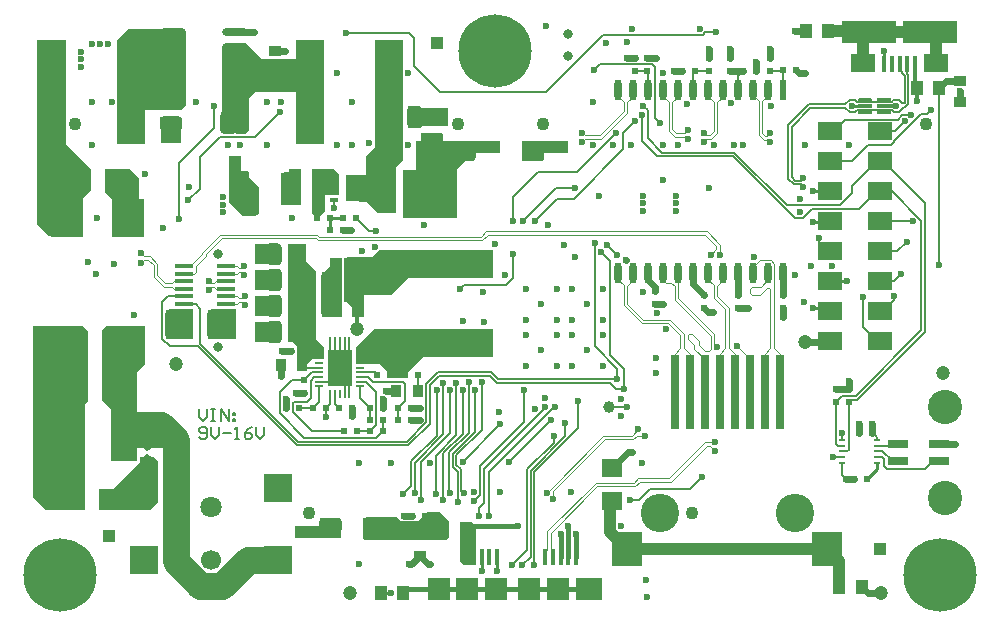
<source format=gtl>
G04 Layer_Physical_Order=1*
G04 Layer_Color=255*
%FSLAX44Y44*%
%MOMM*%
G71*
G01*
G75*
%ADD10R,1.0000X1.3000*%
%ADD11R,2.1000X1.6000*%
%ADD12R,0.4000X1.3500*%
%ADD13R,4.6500X1.9000*%
%ADD14R,2.0000X1.5200*%
%ADD15R,2.4000X2.4000*%
%ADD16R,0.7600X6.3500*%
%ADD17R,2.5400X2.9400*%
%ADD18R,2.2000X3.2000*%
%ADD19R,1.6000X1.8000*%
%ADD20R,0.6000X0.6000*%
%ADD21O,0.6000X0.2500*%
%ADD22R,0.6000X0.2500*%
%ADD23R,1.1500X1.4500*%
%ADD24R,4.6500X4.1500*%
%ADD25R,1.8000X1.6000*%
%ADD26R,1.6000X2.7000*%
%ADD27R,1.0000X0.9000*%
%ADD28R,2.7000X3.2000*%
%ADD29R,2.4000X8.9000*%
%ADD30R,0.6000X0.6000*%
%ADD31R,2.2000X0.6000*%
%ADD32O,2.2000X0.6000*%
%ADD33R,1.8000X0.8000*%
%ADD34R,2.1000X3.1000*%
%ADD35R,0.2000X0.8000*%
%ADD36R,0.8000X0.2000*%
%ADD37O,0.8000X0.2000*%
%ADD38R,0.9000X1.0000*%
%ADD39R,1.0000X4.0000*%
%ADD40R,1.0000X1.0000*%
%ADD41R,1.1600X0.3000*%
G04:AMPARAMS|DCode=42|XSize=1.16mm|YSize=0.3mm|CornerRadius=0.075mm|HoleSize=0mm|Usage=FLASHONLY|Rotation=0.000|XOffset=0mm|YOffset=0mm|HoleType=Round|Shape=RoundedRectangle|*
%AMROUNDEDRECTD42*
21,1,1.1600,0.1500,0,0,0.0*
21,1,1.0100,0.3000,0,0,0.0*
1,1,0.1500,0.5050,-0.0750*
1,1,0.1500,-0.5050,-0.0750*
1,1,0.1500,-0.5050,0.0750*
1,1,0.1500,0.5050,0.0750*
%
%ADD42ROUNDEDRECTD42*%
%ADD43R,8.9000X2.4000*%
%ADD44R,1.6000X0.4000*%
%ADD45R,1.6000X0.4000*%
%ADD46R,4.0000X1.0000*%
%ADD47R,0.6000X1.8000*%
%ADD48O,0.6000X1.8000*%
%ADD49R,2.7000X1.6000*%
%ADD50R,1.7100X2.2900*%
%ADD51R,1.3000X0.3400*%
%ADD52R,0.8000X0.3400*%
%ADD53R,1.2700X1.1430*%
%ADD54R,2.3000X1.9000*%
%ADD55R,0.4000X1.4000*%
%ADD56R,1.9000X1.9000*%
%ADD57C,1.0000*%
%ADD58C,2.3000*%
%ADD59C,0.1500*%
%ADD60C,0.1250*%
%ADD61C,0.6000*%
%ADD62C,0.2000*%
%ADD63C,0.2500*%
%ADD64C,1.0000*%
%ADD65C,0.3000*%
%ADD66C,0.4000*%
%ADD67R,1.0000X1.0000*%
%ADD68C,1.2000*%
%ADD69C,0.8000*%
%ADD70C,6.2000*%
%ADD71C,1.1000*%
%ADD72C,2.9000*%
%ADD73C,1.7000*%
%ADD74C,1.8000*%
%ADD75C,3.2500*%
%ADD76C,0.6000*%
G36*
X140000Y252500D02*
Y227000D01*
X119000D01*
X116000Y230000D01*
X116000Y249500D01*
X119000Y252500D01*
X140000Y252500D01*
D02*
G37*
G36*
X215000Y239500D02*
Y226500D01*
X212000Y223500D01*
X204500D01*
X200000Y228000D01*
Y238000D01*
X204500Y242500D01*
X212000D01*
X215000Y239500D01*
D02*
G37*
G36*
X243500Y284500D02*
Y227000D01*
X250500Y220000D01*
Y210000D01*
X240500D01*
X235500Y205000D01*
X231000D01*
X227500Y208500D01*
Y221000D01*
X220000Y228500D01*
Y308000D01*
X243500Y284500D01*
D02*
G37*
G36*
X176000Y252500D02*
Y227000D01*
X155000D01*
X152000Y230000D01*
X152000Y249500D01*
X155000Y252500D01*
X176000Y252500D01*
D02*
G37*
G36*
X321500Y279000D02*
X307000Y264500D01*
X284500D01*
X284500Y252000D01*
X276498Y252000D01*
X267500Y261000D01*
X267500Y293500D01*
X270500Y296500D01*
X291500D01*
X297500Y302500D01*
X321500D01*
Y279000D01*
D02*
G37*
G36*
X265500Y252000D02*
X259000Y245500D01*
X251500D01*
X248500Y248500D01*
X248500Y281000D01*
X257498Y290000D01*
X265500Y290000D01*
X265500Y252000D01*
D02*
G37*
G36*
X215000Y261500D02*
Y248500D01*
X212000Y245500D01*
X204500D01*
X200000Y250000D01*
Y260000D01*
X204500Y264500D01*
X212000D01*
X215000Y261500D01*
D02*
G37*
G36*
X356500Y72500D02*
Y59500D01*
X354000Y57000D01*
X285500D01*
X283500Y59000D01*
Y65500D01*
X283750Y65750D01*
X283500Y66000D01*
Y73500D01*
X286500Y76500D01*
X294500D01*
X294500Y76500D01*
X299500Y76500D01*
X312000D01*
X315500Y73000D01*
X330000D01*
X337500Y80500D01*
X348500D01*
X356500Y72500D01*
D02*
G37*
G36*
X265500Y73000D02*
Y65500D01*
X261000Y61000D01*
X251000D01*
X246500Y65500D01*
Y73000D01*
X249500Y76000D01*
X262500D01*
X265500Y73000D01*
D02*
G37*
G36*
X379500Y68500D02*
Y35500D01*
X369000Y35500D01*
X365500Y39000D01*
X365500Y72500D01*
X375500D01*
X379500Y68500D01*
D02*
G37*
G36*
X51000Y234000D02*
Y175000D01*
X48000Y172000D01*
Y82000D01*
X15000D01*
X4000Y93000D01*
Y238000D01*
X47000D01*
X51000Y234000D01*
D02*
G37*
G36*
X334500Y222000D02*
Y211500D01*
X317000Y194000D01*
X309500D01*
X297500Y206000D01*
X277500D01*
Y220000D01*
X293000Y235500D01*
X321000D01*
X334500Y222000D01*
D02*
G37*
G36*
X99000Y238000D02*
Y206000D01*
X92000Y199000D01*
Y149000D01*
X95000Y146000D01*
X118000D01*
Y135000D01*
X104857D01*
X101000Y132000D01*
X97143Y135000D01*
X92000D01*
Y124000D01*
X70000D01*
Y168000D01*
X63000Y175000D01*
X63000Y235000D01*
X66000Y238000D01*
X99000Y238000D01*
D02*
G37*
G36*
X104857Y127000D02*
X107000D01*
X110000Y124000D01*
Y89000D01*
X103000Y82000D01*
X60000D01*
Y100000D01*
X72000D01*
X95000Y123000D01*
Y127000D01*
X97143D01*
X101000Y130000D01*
X104857Y127000D01*
D02*
G37*
G36*
X437000Y388000D02*
Y380500D01*
X434000Y377500D01*
X421000D01*
X418000Y380500D01*
Y388000D01*
X422500Y392500D01*
X432500D01*
X437000Y388000D01*
D02*
G37*
G36*
X351500Y399000D02*
Y395000D01*
X371000D01*
Y392500D01*
X374500D01*
X379000Y388000D01*
Y380500D01*
X376000Y377500D01*
X370000D01*
X359000Y366500D01*
X328500D01*
Y395000D01*
X332500D01*
Y399000D01*
X335500Y402000D01*
X348500D01*
X351500Y399000D01*
D02*
G37*
G36*
X94000Y363000D02*
X94000Y345000D01*
X72000Y345000D01*
X65000Y352000D01*
Y371000D01*
X86000Y371000D01*
X94000Y363000D01*
D02*
G37*
G36*
X130500Y413000D02*
Y405500D01*
X126000Y401000D01*
X116000D01*
X111500Y405500D01*
Y413000D01*
X114500Y416000D01*
X127500D01*
X130500Y413000D01*
D02*
G37*
G36*
X134000Y487000D02*
Y425000D01*
X130000Y421000D01*
X75500D01*
Y480500D01*
X85000Y490000D01*
X131000D01*
X134000Y487000D01*
D02*
G37*
G36*
X336000Y420000D02*
Y410000D01*
X331500Y405500D01*
X324000D01*
X321000Y408500D01*
Y421500D01*
X324000Y424500D01*
X331500D01*
X336000Y420000D01*
D02*
G37*
G36*
X198500Y464000D02*
X230000D01*
Y436500D01*
X192500D01*
X187000Y431000D01*
Y417000D01*
X187000Y417000D01*
Y404000D01*
X184000Y401000D01*
X176500D01*
X175000Y402500D01*
X173500Y401000D01*
X166000D01*
X163000Y404000D01*
Y417000D01*
X164500Y418500D01*
X164000Y419000D01*
Y474500D01*
X167000Y477500D01*
X185000D01*
X198500Y464000D01*
D02*
G37*
G36*
X32000Y392000D02*
X53000Y371000D01*
Y353000D01*
X46000Y346000D01*
Y314000D01*
X18000D01*
X8000Y324000D01*
X8000Y480000D01*
X32000D01*
X32000Y392000D01*
D02*
G37*
G36*
X215000Y305500D02*
Y292500D01*
X212000Y289500D01*
X204500D01*
X200000Y294000D01*
Y304000D01*
X204500Y308500D01*
X212000D01*
X215000Y305500D01*
D02*
G37*
G36*
Y283500D02*
Y270500D01*
X212000Y267500D01*
X204500D01*
X200000Y272000D01*
Y282000D01*
X204500Y286500D01*
X212000D01*
X215000Y283500D01*
D02*
G37*
G36*
X187500Y366500D02*
Y364500D01*
X196000Y356000D01*
Y334500D01*
X193000Y331500D01*
X181500D01*
X170000Y343000D01*
Y369500D01*
X184500D01*
X187500Y366500D01*
D02*
G37*
G36*
X231500Y340500D02*
X217500Y340500D01*
X214000Y344000D01*
X214000Y365500D01*
X217000Y368500D01*
X231500Y368500D01*
X231500Y340500D01*
D02*
G37*
G36*
X317500Y378500D02*
X312000Y373000D01*
X312000Y333500D01*
X296500D01*
X286000Y344000D01*
X286000Y382000D01*
X293500Y389500D01*
Y394500D01*
X317500D01*
X317500Y378500D01*
D02*
G37*
G36*
X263000Y366500D02*
X263000Y349500D01*
X251500Y349500D01*
X251500Y335500D01*
X247500Y331500D01*
X243000D01*
X240500Y334000D01*
Y371500D01*
X258000D01*
X263000Y366500D01*
D02*
G37*
D10*
X279500Y290000D02*
D03*
X260500D02*
D03*
X279500Y271000D02*
D03*
X260500D02*
D03*
X279500Y252000D02*
D03*
X260500D02*
D03*
X687000Y17000D02*
D03*
X706000D02*
D03*
X752500Y440000D02*
D03*
X771500D02*
D03*
X245500Y347000D02*
D03*
X226500D02*
D03*
X245500Y365000D02*
D03*
X226500D02*
D03*
X658500Y488000D02*
D03*
X677500D02*
D03*
X370500Y66000D02*
D03*
X351500D02*
D03*
X317500Y12000D02*
D03*
X298500D02*
D03*
D11*
X707000Y461250D02*
D03*
X769000Y461250D02*
D03*
D12*
X751000Y460000D02*
D03*
X731500D02*
D03*
X725000D02*
D03*
X738000D02*
D03*
X744500D02*
D03*
D13*
X763750Y486750D02*
D03*
X712250D02*
D03*
D14*
X678700Y225100D02*
D03*
Y250500D02*
D03*
Y275900D02*
D03*
Y301300D02*
D03*
Y326700D02*
D03*
Y352100D02*
D03*
Y377500D02*
D03*
Y402900D02*
D03*
X721300D02*
D03*
Y377500D02*
D03*
Y352100D02*
D03*
Y326700D02*
D03*
Y301300D02*
D03*
Y275900D02*
D03*
Y250500D02*
D03*
Y225100D02*
D03*
D15*
X98000Y40000D02*
D03*
X212000Y101000D02*
D03*
Y40000D02*
D03*
X98000Y101000D02*
D03*
D16*
X623750Y182250D02*
D03*
X636450D02*
D03*
X611050D02*
D03*
X547550D02*
D03*
X560250D02*
D03*
X585650D02*
D03*
X598350D02*
D03*
X572950D02*
D03*
D17*
X507350Y49500D02*
D03*
X676650D02*
D03*
D18*
X81000Y140000D02*
D03*
X17000D02*
D03*
D19*
X40000Y91000D02*
D03*
X68000D02*
D03*
X73000Y362000D02*
D03*
X45000D02*
D03*
X200000Y255000D02*
D03*
X228000D02*
D03*
X200000Y233000D02*
D03*
X228000D02*
D03*
X200000Y299000D02*
D03*
X228000D02*
D03*
X200000Y277000D02*
D03*
X228000D02*
D03*
D20*
X703500Y155000D02*
D03*
X714500D02*
D03*
X319500Y197000D02*
D03*
X330500D02*
D03*
X699500Y109000D02*
D03*
X710500D02*
D03*
X274500Y169000D02*
D03*
X263500D02*
D03*
X218500D02*
D03*
X229500D02*
D03*
X289500Y159000D02*
D03*
X300500D02*
D03*
X289500Y149000D02*
D03*
X300500D02*
D03*
X278500D02*
D03*
X267500D02*
D03*
X241500Y169000D02*
D03*
X252500D02*
D03*
X222500Y217000D02*
D03*
X233500D02*
D03*
X295500Y197000D02*
D03*
X306500D02*
D03*
X554000Y454500D02*
D03*
X565000D02*
D03*
X605500D02*
D03*
X616500D02*
D03*
X650000Y455000D02*
D03*
X639000D02*
D03*
X336500Y77500D02*
D03*
X325500D02*
D03*
X266500Y319500D02*
D03*
X255500D02*
D03*
X277500Y330000D02*
D03*
X266500D02*
D03*
X255500D02*
D03*
X244500D02*
D03*
X300500Y169000D02*
D03*
X289500D02*
D03*
X313500Y159000D02*
D03*
X324500D02*
D03*
Y169000D02*
D03*
X313500D02*
D03*
D21*
X689500Y142000D02*
D03*
D22*
Y137000D02*
D03*
Y132000D02*
D03*
Y127000D02*
D03*
Y122000D02*
D03*
X718500D02*
D03*
Y127000D02*
D03*
Y132000D02*
D03*
Y137000D02*
D03*
Y142000D02*
D03*
D23*
X302500Y359199D02*
D03*
Y340801D02*
D03*
D24*
X340000Y350000D02*
D03*
D25*
X121000Y401000D02*
D03*
Y429000D02*
D03*
X494500Y90000D02*
D03*
Y118000D02*
D03*
D26*
X71000Y189000D02*
D03*
X43000D02*
D03*
D27*
X789000Y446000D02*
D03*
Y428000D02*
D03*
X209000Y471000D02*
D03*
Y453000D02*
D03*
X331500Y61500D02*
D03*
Y43500D02*
D03*
D28*
X85000Y222000D02*
D03*
X33000D02*
D03*
Y330000D02*
D03*
X85000D02*
D03*
D29*
X87500Y436000D02*
D03*
X20500D02*
D03*
X238500D02*
D03*
X305500D02*
D03*
D30*
X695000Y184500D02*
D03*
Y173500D02*
D03*
X684000Y184500D02*
D03*
Y173500D02*
D03*
X514000Y465500D02*
D03*
Y454500D02*
D03*
X572000Y253500D02*
D03*
Y264500D02*
D03*
X530500Y257000D02*
D03*
Y268000D02*
D03*
X639500Y253500D02*
D03*
Y264500D02*
D03*
X601500Y253500D02*
D03*
Y264500D02*
D03*
X594500Y465500D02*
D03*
Y454500D02*
D03*
X628000Y465500D02*
D03*
Y454500D02*
D03*
X524500Y465500D02*
D03*
Y454500D02*
D03*
X576500D02*
D03*
Y465500D02*
D03*
X234000Y181500D02*
D03*
Y192500D02*
D03*
D31*
X175000Y448950D02*
D03*
D32*
Y461650D02*
D03*
Y474350D02*
D03*
Y487050D02*
D03*
X123000Y448950D02*
D03*
Y461650D02*
D03*
Y474350D02*
D03*
Y487050D02*
D03*
D33*
X771000Y138500D02*
D03*
X737000D02*
D03*
X771000Y123500D02*
D03*
X737000D02*
D03*
D34*
X264000Y203000D02*
D03*
D35*
X268000Y225500D02*
D03*
X272000Y180500D02*
D03*
X268000D02*
D03*
X264000D02*
D03*
X260000D02*
D03*
X256000D02*
D03*
Y225500D02*
D03*
X260000D02*
D03*
X264000D02*
D03*
X272000D02*
D03*
D36*
X246500Y187000D02*
D03*
Y191000D02*
D03*
Y195000D02*
D03*
Y199000D02*
D03*
Y203000D02*
D03*
Y207000D02*
D03*
Y211000D02*
D03*
Y215000D02*
D03*
Y219000D02*
D03*
X281500D02*
D03*
Y215000D02*
D03*
Y211000D02*
D03*
Y207000D02*
D03*
Y203000D02*
D03*
Y199000D02*
D03*
Y195000D02*
D03*
Y191000D02*
D03*
D37*
Y187000D02*
D03*
D38*
X312000Y183000D02*
D03*
X330000D02*
D03*
X232000Y205000D02*
D03*
X214000D02*
D03*
D39*
X175000Y363000D02*
D03*
Y421000D02*
D03*
D40*
X346000Y478000D02*
D03*
D41*
X708500Y419500D02*
D03*
X724500D02*
D03*
Y424500D02*
D03*
Y429500D02*
D03*
X708500Y424500D02*
D03*
D42*
Y429500D02*
D03*
D43*
X350000Y223500D02*
D03*
Y290500D02*
D03*
D44*
X168000Y231425D02*
D03*
X132000D02*
D03*
Y237775D02*
D03*
X168000D02*
D03*
X132000Y244125D02*
D03*
X168000D02*
D03*
X132000Y250475D02*
D03*
X168000D02*
D03*
X132000Y256825D02*
D03*
X168000D02*
D03*
D45*
X132000Y263175D02*
D03*
X168000D02*
D03*
X132000Y269525D02*
D03*
X168000D02*
D03*
X132000Y275875D02*
D03*
X168000D02*
D03*
X132000Y282225D02*
D03*
X168000D02*
D03*
X132000Y288575D02*
D03*
X168000D02*
D03*
D46*
X245500Y64000D02*
D03*
X303500D02*
D03*
X380000Y390000D02*
D03*
X438000D02*
D03*
D47*
X639350Y438150D02*
D03*
D48*
X626650D02*
D03*
X613950D02*
D03*
X601250D02*
D03*
X588550D02*
D03*
X575850D02*
D03*
X563150D02*
D03*
X550450D02*
D03*
X537750D02*
D03*
X525050D02*
D03*
X512350D02*
D03*
X499650D02*
D03*
Y282850D02*
D03*
X512350D02*
D03*
X525050D02*
D03*
X537750D02*
D03*
X550450D02*
D03*
X563150D02*
D03*
X575850D02*
D03*
X588550D02*
D03*
X601250D02*
D03*
X613950D02*
D03*
X626650D02*
D03*
X639350D02*
D03*
D49*
X342000Y387000D02*
D03*
Y415000D02*
D03*
D50*
X277950Y355000D02*
D03*
D51*
X286500Y364750D02*
D03*
Y358250D02*
D03*
Y351750D02*
D03*
Y345250D02*
D03*
D52*
X259000D02*
D03*
Y351750D02*
D03*
Y358250D02*
D03*
Y364750D02*
D03*
D53*
X101000Y140652D02*
D03*
Y121348D02*
D03*
D54*
X475000Y15500D02*
D03*
D55*
X371000Y42500D02*
D03*
X377500D02*
D03*
X384000D02*
D03*
X390500D02*
D03*
X397000D02*
D03*
X438000D02*
D03*
X444500D02*
D03*
X451000D02*
D03*
X457500D02*
D03*
X464000D02*
D03*
D56*
X449000Y15500D02*
D03*
X424000D02*
D03*
X396000D02*
D03*
X372000D02*
D03*
X348000D02*
D03*
D57*
X492000Y169500D02*
D03*
D58*
X113000Y154000D02*
X125000Y142000D01*
Y38887D02*
Y142000D01*
Y38887D02*
X145887Y18000D01*
X186113Y40000D02*
X212000D01*
X164113Y18000D02*
X186113Y40000D01*
X145887Y18000D02*
X164113D01*
X84000Y154000D02*
X113000D01*
D59*
X146000Y223243D02*
Y253000D01*
Y223243D02*
X228993Y140250D01*
X320674D01*
X227750Y137250D02*
X321917D01*
X144000Y221000D02*
X227750Y137250D01*
X120000Y221000D02*
X144000D01*
X348500Y436500D02*
X439000D01*
X323000Y486000D02*
X327000Y482000D01*
Y458000D02*
Y482000D01*
Y458000D02*
X348500Y436500D01*
X340249Y188249D02*
X348000Y196000D01*
X340249Y155582D02*
Y188249D01*
X337249Y189492D02*
X346757Y199000D01*
X337249Y156825D02*
Y189492D01*
X348000Y196000D02*
X391000D01*
X397000Y190000D01*
X321917Y137250D02*
X340249Y155582D01*
X351750Y146507D02*
Y190250D01*
X327500Y122257D02*
X351750Y146507D01*
X357000Y147515D02*
Y184000D01*
X332750Y123265D02*
X357000Y147515D01*
X327500Y96500D02*
Y122257D01*
X332750Y90750D02*
Y123265D01*
X345999Y144999D02*
Y184000D01*
X324500Y123500D02*
X345999Y144999D01*
X367999Y146757D02*
Y184000D01*
X373249Y147764D02*
Y190251D01*
X362499Y145499D02*
Y190000D01*
X320674Y140250D02*
X337249Y156825D01*
X373000Y190500D02*
X373249Y190251D01*
X346757Y199000D02*
X392243D01*
X398243Y193000D01*
X118175Y263175D02*
X132000D01*
X113750Y258750D02*
X118175Y263175D01*
X113750Y227250D02*
Y258750D01*
Y227250D02*
X120000Y221000D01*
X397000Y190000D02*
X493000D01*
X398243Y193000D02*
X499000D01*
X493000Y190000D02*
X498000Y185000D01*
X505000D01*
X132000Y256825D02*
X142175D01*
X146000Y253000D01*
X420136Y156636D02*
Y184000D01*
X442924Y158924D02*
Y159000D01*
X407000Y123000D02*
X442924Y158924D01*
X425500Y115743D02*
X455000Y145243D01*
Y156000D01*
X445000Y139485D02*
Y145000D01*
X422500Y116985D02*
X445000Y139485D01*
X484999Y300999D02*
X493000Y292998D01*
Y214000D02*
Y292998D01*
Y214000D02*
X505000Y202000D01*
Y185000D02*
Y202000D01*
X499000Y193000D02*
Y202000D01*
X479749Y221251D02*
X499000Y202000D01*
X479749Y221251D02*
Y308749D01*
X484999Y300999D02*
X485000Y301000D01*
X490500Y306500D02*
X499000Y298000D01*
X447000Y355000D02*
X463000D01*
X419500Y327500D02*
X447000Y355000D01*
X429000Y327000D02*
X448000Y346000D01*
X462000D01*
X504000Y388000D01*
Y401750D01*
X464750Y368250D02*
X498000Y401500D01*
X504000Y401750D02*
X514000Y411750D01*
X431750Y368250D02*
X464750D01*
X411000Y347500D02*
X431750Y368250D01*
X510000Y91000D02*
X517499D01*
X526999Y100500D01*
X157500Y406000D02*
Y424500D01*
X128000Y376500D02*
X157500Y406000D01*
X192000Y398000D02*
X213500Y419500D01*
X162500Y398000D02*
X192000D01*
X145500Y381000D02*
X162500Y398000D01*
X145500Y354500D02*
Y381000D01*
X135500Y344500D02*
X145500Y354500D01*
X269000Y486000D02*
X323000D01*
X524750Y397324D02*
Y420750D01*
X521000Y424500D02*
X524750Y420750D01*
X519500Y394757D02*
Y417000D01*
Y394757D02*
X532379Y381879D01*
X524750Y397324D02*
X537196Y384879D01*
X597864D01*
X439000Y436500D02*
X487251Y484750D01*
X508823D01*
X508824Y484749D01*
X513174D01*
X513175Y484750D01*
X571175D01*
X573424Y487000D01*
X582500D01*
X531000Y414500D02*
Y457182D01*
Y414500D02*
X535500Y410000D01*
X411000Y327500D02*
Y347500D01*
Y279000D02*
Y299000D01*
X405000Y273000D02*
X411000Y279000D01*
X369500Y273000D02*
X405000D01*
X366000Y269500D02*
X369500Y273000D01*
X663924Y337000D02*
X703500D01*
X656173Y329249D02*
X663924Y337000D01*
X718600Y352100D02*
X721300D01*
X703500Y337000D02*
X718600Y352100D01*
X687749Y340249D02*
X698000Y350500D01*
X642493Y340249D02*
X687749D01*
X698000Y350500D02*
Y357000D01*
X649251Y329249D02*
X656173D01*
X596621Y381879D02*
X649251Y329249D01*
X532379Y381879D02*
X596621D01*
X597864Y384879D02*
X642493Y340249D01*
X718500Y377500D02*
X721300D01*
X698000Y357000D02*
X718500Y377500D01*
X654250Y358000D02*
X656500Y355750D01*
X654250Y361000D02*
X656500Y363250D01*
X649500Y361000D02*
X654250D01*
X128000Y329000D02*
Y376500D01*
X479500Y455000D02*
X484250Y459750D01*
X528432D01*
X531000Y457182D01*
X718900Y225100D02*
X721300D01*
X707000Y237000D02*
X718900Y225100D01*
X707000Y237000D02*
Y263000D01*
X733500Y260000D02*
Y264000D01*
X724000Y250500D02*
X733500Y260000D01*
X721300Y250500D02*
X724000D01*
X732875Y275900D02*
X738988Y282012D01*
X721300Y275900D02*
X732875D01*
X735800Y301300D02*
X743950Y309450D01*
X721300Y301300D02*
X735800D01*
X721300Y326700D02*
X749200D01*
X756500Y234500D02*
Y326825D01*
X731225Y352100D02*
X756500Y326825D01*
X721300Y352100D02*
X731225D01*
X759500Y233257D02*
Y342000D01*
X700750Y178750D02*
X756500Y234500D01*
X689250Y178750D02*
X700750D01*
X724000Y377500D02*
X759500Y342000D01*
X701993Y175750D02*
X759500Y233257D01*
X678700Y377500D02*
X697500D01*
X711500Y391500D01*
X730682D01*
X733550Y394368D01*
Y395201D01*
X733825Y402900D02*
X742500Y411575D01*
X721300Y402900D02*
X733825D01*
X733550Y395201D02*
X756099Y417750D01*
X736250Y412750D02*
X740325Y416825D01*
X691750Y412750D02*
X736250D01*
X742250Y427250D02*
Y449611D01*
X741674Y426674D02*
X742250Y427250D01*
X740248Y426674D02*
X741674D01*
X737173Y429749D02*
X740248Y426674D01*
X732749Y429749D02*
X737173D01*
X756099Y417750D02*
X761250D01*
X764500Y421000D01*
X747750Y416825D02*
X747925Y417000D01*
X678700Y402900D02*
X681900D01*
X691750Y412750D01*
X740325Y416825D02*
X747750D01*
X742916Y423674D02*
X745250Y426007D01*
X741674Y423674D02*
X742916D01*
X737249Y419249D02*
X741674Y423674D01*
X732824Y419249D02*
X737249D01*
X731324Y420749D02*
X732824Y419249D01*
X695000Y173500D02*
X697250Y175750D01*
X701993D01*
X695000Y133500D02*
Y173500D01*
X693500Y132000D02*
X695000Y133500D01*
X689500Y132000D02*
X693500D01*
X685500Y137000D02*
X689500D01*
X684000Y173500D02*
X689250Y178750D01*
X684000Y138500D02*
X685500Y137000D01*
X684000Y138500D02*
Y173500D01*
X731250Y428250D02*
X732749Y429749D01*
X701674Y428250D02*
X731250D01*
X643500Y408243D02*
X661257Y426000D01*
X701750Y420750D02*
X731324D01*
X646500Y407000D02*
X662500Y423000D01*
X738000Y455000D02*
Y460000D01*
Y455000D02*
X739750Y453250D01*
Y452111D02*
X742250Y449611D01*
X739750Y452111D02*
Y453250D01*
X695825Y429750D02*
X700174D01*
X701674Y428250D01*
X692075Y426000D02*
X695825Y429750D01*
X661257Y426000D02*
X692075D01*
X744500Y451604D02*
Y460000D01*
Y451604D02*
X745250Y450854D01*
Y426007D02*
Y450854D01*
X700250Y419250D02*
X701750Y420750D01*
X695825Y419250D02*
X700250D01*
X662500Y423000D02*
X692075D01*
X695825Y419250D01*
X643500Y362757D02*
Y408243D01*
X646500Y364000D02*
Y407000D01*
X643500Y362757D02*
X648257Y358000D01*
X646500Y364000D02*
X649500Y361000D01*
X648257Y358000D02*
X654250D01*
X240318Y149000D02*
X267500D01*
X224250Y165068D02*
X240318Y149000D01*
X224250Y165068D02*
Y172932D01*
X225568Y174250D01*
X235932D01*
X239250Y177568D01*
Y191932D01*
X242318Y195000D01*
X246500D01*
X735500Y137000D02*
X737000Y138500D01*
X718500Y137000D02*
X735500D01*
X766000Y123500D02*
X771000D01*
X759750Y117250D02*
X766000Y123500D01*
X727068Y117250D02*
X759750D01*
X724500Y119818D02*
X727068Y117250D01*
X724500Y119818D02*
Y125500D01*
X723000Y127000D02*
X724500Y125500D01*
X718500Y127000D02*
X723000D01*
X732000Y123500D02*
X737000D01*
X723500Y132000D02*
X732000Y123500D01*
X718500Y132000D02*
X723500D01*
X332500Y90500D02*
X332750Y90750D01*
X420136Y184000D02*
X421000D01*
X526999Y100500D02*
X560743D01*
X571000Y110757D01*
X428500Y35500D02*
Y114500D01*
X425500Y42500D02*
Y115743D01*
X422500Y48500D02*
Y116985D01*
X465500Y151500D02*
Y175000D01*
X428500Y114500D02*
X465500Y151500D01*
X721300Y377500D02*
X724000D01*
X771500Y289500D02*
Y440000D01*
X378499Y148771D02*
Y184000D01*
X383999Y150029D02*
Y190500D01*
X367999Y123000D02*
X400000Y155000D01*
X366750Y98750D02*
X369000Y96500D01*
X356749Y97251D02*
X357500Y96500D01*
X356749Y131264D02*
X373249Y147764D01*
X356749Y97251D02*
Y131264D01*
X359749Y130021D02*
X378499Y148771D01*
X366750Y98750D02*
Y116824D01*
X362749Y120825D02*
X366750Y116824D01*
X362749Y120825D02*
Y128779D01*
X383999Y150029D01*
X382750Y119250D02*
X420136Y156636D01*
X437364Y168939D02*
Y169500D01*
X385750Y117326D02*
X437364Y168939D01*
X381500Y77500D02*
Y84000D01*
X363750Y89750D02*
X364000Y89500D01*
X377750Y89750D02*
Y90326D01*
X382750Y95326D01*
Y119250D01*
X381500Y84000D02*
X385750Y88250D01*
Y117326D01*
X445349Y169500D02*
X445999D01*
X390500Y114651D02*
X445349Y169500D01*
X390500Y77000D02*
Y114651D01*
X359749Y118751D02*
Y130021D01*
Y118751D02*
X363750Y114750D01*
Y89750D02*
Y114750D01*
X345500Y96000D02*
Y128500D01*
X362499Y145499D01*
X351499Y91000D02*
Y130257D01*
X367999Y146757D01*
X317500Y96000D02*
X324500Y103000D01*
Y123500D01*
X492000Y169500D02*
X507000D01*
X418500Y35500D02*
X425500Y42500D01*
X409500Y35500D02*
X422500Y48500D01*
D60*
X245382Y310875D02*
X384618D01*
X383375Y313875D02*
X388000Y318500D01*
X246625Y313875D02*
X383375D01*
X245000Y315500D02*
X246625Y313875D01*
X384618Y310875D02*
X389243Y315500D01*
X243757Y312500D02*
X245382Y310875D01*
X388000Y318500D02*
X574500D01*
X573257Y315500D02*
X582875Y305882D01*
X574500Y318500D02*
X585875Y307125D01*
X582875Y303250D02*
Y305882D01*
X585875Y298500D02*
Y307125D01*
X515462Y145321D02*
X522179D01*
X512263Y142121D02*
X515462Y145321D01*
X488505Y142121D02*
X512263D01*
X487263Y145121D02*
X511020D01*
X516699Y150801D01*
X444801Y98417D02*
X488505Y142121D01*
X444801Y91699D02*
Y98417D01*
X439321Y97179D02*
X487263Y145121D01*
X142125Y283625D02*
Y289125D01*
X140725Y282225D02*
X142125Y283625D01*
X132000Y282225D02*
X140725D01*
X142125Y289125D02*
X150500Y297500D01*
X147500Y298743D02*
Y300000D01*
X137450Y288693D02*
X147500Y298743D01*
X137450Y288575D02*
Y288693D01*
X132000Y288575D02*
X137450D01*
X150500Y297500D02*
Y298757D01*
X164243Y312500D01*
X147500Y300000D02*
X163000Y315500D01*
X164243Y312500D02*
X243757D01*
X163000Y315500D02*
X245000D01*
X558500Y227500D02*
Y230500D01*
Y227500D02*
X564000Y222000D01*
Y218900D02*
Y222000D01*
Y218900D02*
X572950Y209950D01*
X562000Y231500D02*
X568000Y225500D01*
Y222500D02*
Y225500D01*
Y222500D02*
X573500Y217000D01*
X550450Y261793D02*
Y282850D01*
X581125Y222875D02*
X583500Y220500D01*
X581125Y222875D02*
Y231118D01*
X550450Y261793D02*
X581125Y231118D01*
X578125Y218625D02*
Y229875D01*
X547450Y260550D02*
X578125Y229875D01*
X547450Y260550D02*
Y272050D01*
X485367Y396624D02*
X507500Y418757D01*
X484124Y399624D02*
X504500Y420000D01*
X159375Y275875D02*
X168000D01*
X157700Y274200D02*
X159375Y275875D01*
X155375Y274200D02*
X157700D01*
X153000Y276575D02*
X155375Y274200D01*
X159375Y269525D02*
X168000D01*
X155375Y271200D02*
X157700D01*
X159375Y269525D01*
X153000Y268825D02*
X155375Y271200D01*
X181625Y261500D02*
X184000Y263875D01*
X176625Y263175D02*
X178300Y261500D01*
X181625D01*
X168000Y263175D02*
X176625D01*
X178300Y258500D02*
X181625D01*
X184000Y256125D01*
X176625Y256825D02*
X178300Y258500D01*
X168000Y256825D02*
X176625D01*
X180625Y286900D02*
X183000Y289275D01*
X178300Y286900D02*
X180625D01*
X168000Y288575D02*
X176625D01*
X178300Y286900D01*
X178300Y283900D02*
X180625D01*
X176625Y282225D02*
X178300Y283900D01*
X168000Y282225D02*
X176625D01*
X180625Y283900D02*
X183000Y281525D01*
X116300Y274200D02*
X121700D01*
X123375Y269525D02*
X132000D01*
X121700Y271200D02*
X123375Y269525D01*
Y275875D02*
X132000D01*
X121700Y274200D02*
X123375Y275875D01*
X115057Y271200D02*
X121700D01*
X106500Y279757D02*
X115057Y271200D01*
X109500Y281000D02*
X116300Y274200D01*
X109500Y281000D02*
Y290943D01*
X103243Y297200D02*
X109500Y290943D01*
X98375Y297200D02*
X103243D01*
X106500Y279757D02*
Y289700D01*
X102000Y294200D02*
X106500Y289700D01*
X96000Y291825D02*
X98375Y294200D01*
X96000Y299575D02*
X98375Y297200D01*
X98375Y294200D02*
X102000D01*
X542600Y403657D02*
Y428000D01*
X545600Y404900D02*
Y427500D01*
X507500Y418757D02*
Y427500D01*
X504500Y420000D02*
Y428000D01*
X512350Y432350D02*
Y438150D01*
X507500Y427500D02*
X512350Y432350D01*
X499650Y432850D02*
X504500Y428000D01*
X499650Y432850D02*
Y438150D01*
X471875Y396624D02*
X485367D01*
X471875Y399624D02*
X484124D01*
X469500Y401999D02*
X471875Y399624D01*
X469500Y394249D02*
X471875Y396624D01*
X389243Y315500D02*
X573257D01*
X618650Y400107D02*
Y428850D01*
X613800Y433700D02*
Y439000D01*
X626500Y433200D02*
Y439000D01*
X621650Y401350D02*
Y428350D01*
X613800Y433700D02*
X618650Y428850D01*
X621650Y428350D02*
X626500Y433200D01*
X618650Y400107D02*
X622757Y396000D01*
X626125D01*
X621650Y401350D02*
X624000Y399000D01*
X626125D01*
X628500Y401375D01*
X626125Y396000D02*
X628500Y393625D01*
X583700Y401957D02*
Y427500D01*
X580700Y403200D02*
Y428000D01*
X588550Y432350D02*
Y438150D01*
X583700Y427500D02*
X588550Y432350D01*
X575850Y432850D02*
Y438150D01*
Y432850D02*
X580700Y428000D01*
X578367Y396624D02*
X583700Y401957D01*
X577124Y399624D02*
X580700Y403200D01*
X574375Y396624D02*
X578367D01*
X574375Y399624D02*
X577124D01*
X572000Y401999D02*
X574375Y399624D01*
X572000Y394249D02*
X574375Y396624D01*
X537750Y432850D02*
Y438150D01*
Y432850D02*
X542600Y428000D01*
X550450Y432350D02*
Y438150D01*
X545600Y427500D02*
X550450Y432350D01*
X542600Y403657D02*
X547757Y398500D01*
X556125D01*
X545600Y404900D02*
X549000Y401500D01*
X556125D01*
X558500Y403875D01*
X556125Y398500D02*
X558500Y396125D01*
X504500Y255757D02*
Y272700D01*
X499650Y277550D02*
X504500Y272700D01*
X499650Y277550D02*
Y282850D01*
X507500Y272200D02*
X512350Y277050D01*
X507500Y257000D02*
Y272200D01*
Y257000D02*
X520876Y243625D01*
X504500Y255757D02*
X519633Y240625D01*
X628600Y219475D02*
Y269400D01*
X631600Y219475D02*
Y274552D01*
X593500Y219475D02*
Y253743D01*
X583700Y263543D02*
X593500Y253743D01*
X583700Y263543D02*
Y272200D01*
X590500Y219475D02*
Y252500D01*
X580700Y262300D02*
X590500Y252500D01*
X580700Y262300D02*
Y272700D01*
X627500Y270500D02*
X628600Y269400D01*
X626000Y270500D02*
X627500D01*
X620000Y264500D02*
X626000Y270500D01*
X613000Y264500D02*
X620000D01*
X628773Y293975D02*
X631775Y290973D01*
Y274727D02*
Y290973D01*
X631600Y274552D02*
X631775Y274727D01*
X619475Y293975D02*
X628773D01*
X613950Y288450D02*
X619475Y293975D01*
X613950Y282850D02*
Y288450D01*
X626650Y277650D02*
Y282850D01*
X620500Y271500D02*
X626650Y277650D01*
X613000Y271500D02*
X620500D01*
X611000Y269500D02*
X613000Y271500D01*
X611000Y266500D02*
Y269500D01*
Y266500D02*
X613000Y264500D01*
X631600Y219475D02*
X636450Y214625D01*
Y182250D02*
Y214625D01*
X623750D02*
X628600Y219475D01*
X623750Y182250D02*
Y214625D01*
X559500Y231500D02*
X562000D01*
X558500Y230500D02*
X559500Y231500D01*
X555400Y219475D02*
Y231589D01*
X542122Y240625D02*
X552400Y230346D01*
Y219475D02*
Y230346D01*
X576500Y217000D02*
X578125Y218625D01*
X573500Y217000D02*
X576500D01*
X544700Y274800D02*
X547450Y272050D01*
X540500Y274800D02*
X544700D01*
X537750Y277550D02*
X540500Y274800D01*
X537750Y277550D02*
Y282850D01*
X611050Y182250D02*
Y210450D01*
X600500Y221000D02*
X611050Y210450D01*
X585650Y214625D02*
X590500Y219475D01*
X593500Y219475D02*
X598350Y214625D01*
X572950Y182250D02*
Y209950D01*
X598350Y182250D02*
Y214625D01*
X585650Y182250D02*
Y214625D01*
X560250Y182250D02*
Y214625D01*
X555400Y219475D02*
X560250Y214625D01*
X543364Y243625D02*
X555400Y231589D01*
X520876Y243625D02*
X543364D01*
X547550Y182250D02*
Y214625D01*
X552400Y219475D01*
X519633Y240625D02*
X542122D01*
X583700Y272200D02*
X588550Y277050D01*
Y282850D01*
X512350Y277050D02*
Y282850D01*
X575850Y277550D02*
Y282850D01*
Y277550D02*
X580700Y272700D01*
X578125Y298500D02*
X582875Y303250D01*
X578125Y298252D02*
Y298500D01*
X442750Y63250D02*
X482000Y102500D01*
X439750Y64493D02*
X480757Y105500D01*
X514252Y102500D02*
X518127Y106375D01*
X544375D01*
X574875Y136875D01*
X577250D01*
X582000Y132125D01*
X513010Y105500D02*
X516885Y109375D01*
X543132D01*
X573632Y139875D01*
X582000D01*
X482000Y102500D02*
X514252D01*
X480757Y105500D02*
X513010D01*
X438000Y42500D02*
Y47000D01*
X439750Y48750D01*
Y64493D01*
X442750Y48750D02*
Y63250D01*
Y48750D02*
X444500Y47000D01*
Y42500D02*
Y47000D01*
D61*
X575500Y250000D02*
X580000D01*
X572000Y253500D02*
X575500Y250000D01*
X324500Y159000D02*
X331999D01*
X324500Y159000D02*
X324500Y159000D01*
X324500Y169000D02*
X331500D01*
X303000Y183000D02*
X312000D01*
X771000Y138500D02*
X785000D01*
X266500Y319500D02*
X273500D01*
X175000Y487050D02*
X190950D01*
X215500Y217000D02*
X222500D01*
X222500Y217000D01*
X508000Y131500D02*
X511000D01*
X494500Y118000D02*
X508000Y131500D01*
X530500Y268000D02*
Y271500D01*
X525050Y276950D02*
X530500Y271500D01*
X525050Y276950D02*
Y282850D01*
X639500Y246001D02*
Y253500D01*
X639500Y253500D01*
X601500D02*
X609500D01*
X601250Y264750D02*
X601500Y264500D01*
X601250Y264750D02*
Y282850D01*
X530500Y257000D02*
X537500D01*
X563000Y273500D02*
Y282700D01*
X218500Y169000D02*
Y176000D01*
X209000Y471000D02*
X218000D01*
X628000Y465500D02*
Y472500D01*
X616500Y454500D02*
Y461500D01*
X576500Y465500D02*
Y472500D01*
X771500Y440000D02*
X777500Y446000D01*
X789000D01*
X789000Y428000D02*
Y437000D01*
X649500Y488000D02*
X658500D01*
X711000Y12000D02*
X722000D01*
X706000Y17000D02*
X711000Y12000D01*
X507000Y465500D02*
X514000D01*
X547000Y454500D02*
X554000D01*
X594500Y465500D02*
Y472500D01*
Y454500D02*
X605500D01*
X524500Y465500D02*
X531500D01*
X652501Y452499D02*
X658000D01*
X650000Y455000D02*
X652501Y452499D01*
X684000Y184500D02*
X695000D01*
Y191500D01*
X714500Y148000D02*
Y155000D01*
X703500Y148000D02*
Y155000D01*
X692501Y109000D02*
X699500D01*
X506499Y293999D02*
X506500Y293998D01*
X658000Y225000D02*
X678600D01*
X300500Y169000D02*
Y176000D01*
X274500Y162000D02*
Y169000D01*
X214000Y196000D02*
Y205000D01*
X227000Y181500D02*
X234000D01*
X563000Y273500D02*
X572000Y264500D01*
X639350Y264650D02*
Y282850D01*
Y264650D02*
X639500Y264500D01*
X325500Y77500D02*
X325500Y77500D01*
X318499Y77500D02*
X325500D01*
X324501Y36501D02*
X331500Y43500D01*
X322500Y36501D02*
X324501D01*
X331500Y43500D02*
X338499Y36501D01*
X340000D01*
D62*
X234000Y143500D02*
X295000D01*
X300500Y149000D01*
X292465Y190500D02*
X317535D01*
X286000Y191000D02*
X295000Y182000D01*
Y154500D02*
Y182000D01*
X281500Y177000D02*
X289500Y169000D01*
X259000Y337999D02*
Y345249D01*
X259000Y345250D01*
X223500Y192500D02*
X234000D01*
X213000Y182000D02*
X223500Y192500D01*
X213000Y164500D02*
Y182000D01*
Y164500D02*
X234000Y143500D01*
Y192500D02*
X240500Y199000D01*
X246500D01*
X675200Y301300D02*
X678700D01*
X670000Y306500D02*
X675200Y301300D01*
X670000Y306500D02*
Y313001D01*
X669999Y312999D02*
X670000Y313001D01*
X514000Y454500D02*
X524500D01*
X525050Y453950D01*
Y438150D02*
Y453950D01*
X565500Y454500D02*
X576500D01*
X563150Y452150D02*
X565500Y454500D01*
X563150Y438150D02*
Y452150D01*
X601250Y450250D02*
X604500Y453500D01*
X601250Y438150D02*
Y450250D01*
X639000Y438500D02*
X639350Y438150D01*
X639000Y438500D02*
Y455000D01*
X638500Y454500D02*
X639000Y455000D01*
X628000Y454500D02*
X638500D01*
X682000Y127000D02*
X689500D01*
Y142000D02*
Y148000D01*
X714500Y148000D02*
X718500Y144000D01*
Y142000D02*
Y144000D01*
X689500Y112000D02*
X692501Y109000D01*
X689500Y112000D02*
Y122000D01*
X277500Y330000D02*
X288500Y319000D01*
X295000D01*
X229500Y169000D02*
X241500D01*
X246500Y174000D01*
Y187000D01*
X281500Y191000D02*
X286000D01*
X289500Y149000D02*
X295000Y154500D01*
X278500Y149000D02*
X289500D01*
X300500D02*
Y159000D01*
X289500D02*
Y169000D01*
X281500Y177000D02*
Y187000D01*
Y195000D02*
X287964D01*
X292465Y190500D01*
X317535D02*
X319000Y189035D01*
Y174500D02*
Y189035D01*
X313500Y169000D02*
X319000Y174500D01*
X313500Y159000D02*
Y169000D01*
X260000Y172500D02*
X263500Y169000D01*
X260000Y172500D02*
Y180500D01*
X234000Y203000D02*
X246500D01*
X252500Y161500D02*
Y169000D01*
X256000Y172500D01*
Y180500D01*
X330000Y183000D02*
X330500Y183500D01*
Y197000D01*
X293500Y199000D02*
X295500Y197000D01*
X281500Y199000D02*
X293500D01*
X272000Y216500D02*
Y225500D01*
X269500Y214000D02*
X272000Y216500D01*
X257500Y191000D02*
X258500Y192000D01*
X256000Y216500D02*
X258500Y214000D01*
X260000Y215500D01*
X264000Y203000D02*
Y225500D01*
X268000Y190500D02*
X269500Y192000D01*
X272000Y189500D01*
X268000Y215500D02*
Y225500D01*
Y215500D02*
X269500Y214000D01*
X260000Y215500D02*
Y225500D01*
X256000Y216500D02*
Y225500D01*
X246500Y191000D02*
X257500D01*
X268000Y180500D02*
Y190500D01*
X272000Y180500D02*
Y189500D01*
X523499Y23500D02*
X524500D01*
X145005Y167895D02*
Y161230D01*
X148337Y157898D01*
X151669Y161230D01*
Y167895D01*
X155002D02*
X158334D01*
X156668D01*
Y157898D01*
X155002D01*
X158334D01*
X163332D02*
Y167895D01*
X169997Y157898D01*
Y167895D01*
X173329Y164563D02*
X174995D01*
Y162896D01*
X173329D01*
Y164563D01*
Y159564D02*
X174995D01*
Y157898D01*
X173329D01*
Y159564D01*
X145009Y144168D02*
X146675Y142502D01*
X150007D01*
X151673Y144168D01*
Y150832D01*
X150007Y152498D01*
X146675D01*
X145009Y150832D01*
Y149166D01*
X146675Y147500D01*
X151673D01*
X155006Y152498D02*
Y145834D01*
X158338Y142502D01*
X161670Y145834D01*
Y152498D01*
X165002Y147500D02*
X171667D01*
X174999Y142502D02*
X178331D01*
X176665D01*
Y152498D01*
X174999Y150832D01*
X189994Y152498D02*
X186662Y150832D01*
X183330Y147500D01*
Y144168D01*
X184996Y142502D01*
X188328D01*
X189994Y144168D01*
Y145834D01*
X188328Y147500D01*
X183330D01*
X193327Y152498D02*
Y145834D01*
X196659Y142502D01*
X199991Y145834D01*
Y152498D01*
D63*
X664499Y253500D02*
X675699D01*
X664400Y352100D02*
X678700D01*
X710500Y109000D02*
X718500Y117000D01*
Y122000D01*
X255500Y319500D02*
Y330000D01*
X255500Y330000D02*
X255500Y330000D01*
X255500Y330000D02*
X266500D01*
X383999Y42499D02*
X384000Y42500D01*
X698000Y424500D02*
X709000D01*
X298500Y12000D02*
X307500D01*
X71000Y427499D02*
Y428000D01*
X724998Y460001D02*
X725000Y460000D01*
X724998Y460001D02*
Y470999D01*
X678499Y326499D02*
X678700Y326700D01*
X664499Y326499D02*
X678499D01*
X678700Y275900D02*
X693400D01*
X675700Y253500D02*
X678700Y250500D01*
X675699Y253500D02*
X675700Y253500D01*
X502499Y69000D02*
X502500Y68999D01*
X383999Y31000D02*
Y42499D01*
X397000Y31000D02*
Y42500D01*
Y48000D01*
D64*
X711000Y488000D02*
X712250Y486750D01*
X677500Y488000D02*
X711000D01*
X707000Y461250D02*
Y481500D01*
X712250Y486750D01*
X763750D01*
X769000Y481500D01*
Y461250D02*
Y481500D01*
X492999Y88499D02*
X494500Y90000D01*
X492999Y63851D02*
Y88499D01*
Y63851D02*
X507350Y49500D01*
X676650D01*
X687000Y39150D01*
Y17000D02*
Y39150D01*
D65*
X260000Y290500D02*
X260500Y290000D01*
X279000Y251500D02*
X279500Y252000D01*
X279000Y236000D02*
Y251500D01*
X725000Y424500D02*
X735000D01*
X751000Y441500D02*
Y460000D01*
Y441500D02*
X752500Y440000D01*
Y429000D02*
Y440000D01*
D66*
X451000Y62500D02*
X451000Y62500D01*
X451000Y42500D02*
Y62500D01*
X464000D02*
X464000Y62500D01*
X464000Y42500D02*
Y62500D01*
X457500Y42500D02*
Y68500D01*
X373500Y69000D02*
X415000D01*
X370500Y66000D02*
X373500Y69000D01*
X317500Y12000D02*
X321000Y15500D01*
X348000D01*
X372000D01*
X396000D01*
X424000D01*
X449000D01*
X475000D01*
D67*
X68998Y60000D02*
D03*
X721003Y49000D02*
D03*
D68*
X658000Y225000D02*
D03*
X125000Y206000D02*
D03*
X775000Y198000D02*
D03*
X273000Y12500D02*
D03*
X722000Y12000D02*
D03*
X279000Y236000D02*
D03*
D69*
X457000Y485000D02*
D03*
Y467000D02*
D03*
X161000Y299250D02*
D03*
Y220750D02*
D03*
D70*
X27500Y27000D02*
D03*
X772500D02*
D03*
X395500Y471000D02*
D03*
D71*
X436000Y409500D02*
D03*
X760000D02*
D03*
X40000D02*
D03*
X364000D02*
D03*
X238000Y79500D02*
D03*
X562000D02*
D03*
D72*
X776000Y92150D02*
D03*
Y169850D02*
D03*
D73*
X155000Y40000D02*
D03*
D74*
Y85000D02*
D03*
D75*
X534850Y80000D02*
D03*
X649150D02*
D03*
D76*
X580000Y250000D02*
D03*
X585875Y298500D02*
D03*
X663110Y289050D02*
D03*
X680890D02*
D03*
X473500Y256500D02*
D03*
X460500Y243500D02*
D03*
Y269500D02*
D03*
X486500D02*
D03*
Y243500D02*
D03*
X473500Y217500D02*
D03*
X460500Y230500D02*
D03*
Y204500D02*
D03*
X486500D02*
D03*
Y230500D02*
D03*
X421500Y243500D02*
D03*
Y269500D02*
D03*
X447500D02*
D03*
Y243500D02*
D03*
X434500Y256500D02*
D03*
X421500Y230500D02*
D03*
Y204500D02*
D03*
X447500D02*
D03*
Y230500D02*
D03*
X434500Y217500D02*
D03*
X400000Y155000D02*
D03*
X386000Y242000D02*
D03*
X383999Y190500D02*
D03*
X331999Y159000D02*
D03*
X331500Y169000D02*
D03*
X345999Y184000D02*
D03*
X357000Y184000D02*
D03*
X367999Y184000D02*
D03*
X378499D02*
D03*
X362499Y190000D02*
D03*
X373000Y190500D02*
D03*
X351750Y190250D02*
D03*
X442924Y159000D02*
D03*
X455000Y156000D02*
D03*
X445000Y145000D02*
D03*
X437364Y169500D02*
D03*
X407000Y123000D02*
D03*
X303000Y183000D02*
D03*
X479749Y308749D02*
D03*
X484999Y300999D02*
D03*
X499000Y193000D02*
D03*
X505000Y185000D02*
D03*
X490500Y306500D02*
D03*
X463000Y297000D02*
D03*
X453999Y306499D02*
D03*
X463000Y355000D02*
D03*
X495500Y391499D02*
D03*
X498000Y401500D02*
D03*
X510500Y391499D02*
D03*
X514000Y411750D02*
D03*
X502000Y176000D02*
D03*
X510000Y91000D02*
D03*
X153000Y276575D02*
D03*
Y268825D02*
D03*
X184000Y263875D02*
D03*
Y256125D02*
D03*
X183000Y289275D02*
D03*
Y281525D02*
D03*
X96000Y291825D02*
D03*
Y299575D02*
D03*
X785000Y138500D02*
D03*
X283000Y302000D02*
D03*
X273500Y319500D02*
D03*
X58500Y329500D02*
D03*
X502000Y162001D02*
D03*
X89500Y247500D02*
D03*
X190950Y487050D02*
D03*
X213500Y419500D02*
D03*
X135500Y344500D02*
D03*
X269000Y486000D02*
D03*
X215500Y217000D02*
D03*
X212000Y233000D02*
D03*
Y239500D02*
D03*
Y226500D02*
D03*
X440000Y324001D02*
D03*
X429000Y327000D02*
D03*
X419500Y327500D02*
D03*
X519500Y417000D02*
D03*
X558000Y426500D02*
D03*
X582500Y487000D02*
D03*
X535500Y410000D02*
D03*
X469500Y401999D02*
D03*
Y394249D02*
D03*
X411000Y327500D02*
D03*
Y299000D02*
D03*
X366000Y269500D02*
D03*
X653999Y334499D02*
D03*
X656500Y355750D02*
D03*
X521000Y424500D02*
D03*
X628500Y401375D02*
D03*
Y393625D02*
D03*
X572000Y401999D02*
D03*
Y394249D02*
D03*
X558500Y403875D02*
D03*
Y396125D02*
D03*
X274500Y427501D02*
D03*
X511000Y131500D02*
D03*
X166000Y417000D02*
D03*
X157500Y424500D02*
D03*
X483501Y348001D02*
D03*
X335500Y399000D02*
D03*
X342000D02*
D03*
X369500Y380500D02*
D03*
X363000D02*
D03*
X259000Y337999D02*
D03*
X335499Y323999D02*
D03*
X521000Y267000D02*
D03*
X404000Y281000D02*
D03*
X128000Y329000D02*
D03*
X479500Y455000D02*
D03*
X499000Y298000D02*
D03*
X707000Y263000D02*
D03*
X733500Y264000D02*
D03*
X738988Y282012D02*
D03*
X743950Y309450D02*
D03*
X749200Y326700D02*
D03*
X734998Y424499D02*
D03*
X764500Y421000D02*
D03*
X747925Y417000D02*
D03*
X742500Y411575D02*
D03*
X340000Y122499D02*
D03*
X639500Y246001D02*
D03*
X656700Y258431D02*
D03*
X664499Y253500D02*
D03*
X609500Y253500D02*
D03*
X532498Y249000D02*
D03*
X537500Y257000D02*
D03*
X520000Y122499D02*
D03*
X522179Y145321D02*
D03*
X516699Y150801D02*
D03*
X439321Y97179D02*
D03*
X444801Y91699D02*
D03*
X293500Y305000D02*
D03*
X212000Y248500D02*
D03*
X664400Y352100D02*
D03*
X656500Y363250D02*
D03*
X600500Y221000D02*
D03*
X583500Y220500D02*
D03*
X539999Y235499D02*
D03*
X629500Y424650D02*
D03*
X218500Y176000D02*
D03*
X669999Y312999D02*
D03*
X653999Y345499D02*
D03*
X649500Y281000D02*
D03*
X114000Y321500D02*
D03*
X72500Y291000D02*
D03*
X58000Y282000D02*
D03*
X184000Y410500D02*
D03*
Y404000D02*
D03*
Y417000D02*
D03*
X166000Y410500D02*
D03*
Y404000D02*
D03*
X218000Y471000D02*
D03*
X628000Y472500D02*
D03*
X616500Y461500D02*
D03*
X576500Y472500D02*
D03*
X789000Y437000D02*
D03*
X507279Y478721D02*
D03*
X439000Y492000D02*
D03*
X510999Y489999D02*
D03*
X649500Y488000D02*
D03*
X569000Y490000D02*
D03*
X489500Y478000D02*
D03*
X507000Y465500D02*
D03*
X547000Y454500D02*
D03*
X594500Y472500D02*
D03*
X531500Y465500D02*
D03*
X614499Y296499D02*
D03*
X695000Y191500D02*
D03*
X682000Y127000D02*
D03*
X689500Y148000D02*
D03*
X714500Y148000D02*
D03*
X703500D02*
D03*
X692501Y109000D02*
D03*
X506499Y293999D02*
D03*
X395000Y308000D02*
D03*
X385500Y267001D02*
D03*
X532000Y198000D02*
D03*
X295000Y319000D02*
D03*
X698000Y424500D02*
D03*
X307500Y12000D02*
D03*
X293000Y73500D02*
D03*
X299500D02*
D03*
X286500D02*
D03*
X251500Y261500D02*
D03*
Y248500D02*
D03*
Y255000D02*
D03*
Y281000D02*
D03*
Y268000D02*
D03*
Y274500D02*
D03*
X300500Y176000D02*
D03*
X240000Y255000D02*
D03*
Y248500D02*
D03*
Y261500D02*
D03*
Y277000D02*
D03*
Y270500D02*
D03*
Y283500D02*
D03*
X212000Y255000D02*
D03*
Y261500D02*
D03*
Y277000D02*
D03*
Y270500D02*
D03*
Y283500D02*
D03*
Y299000D02*
D03*
Y292500D02*
D03*
Y305500D02*
D03*
X252500Y161500D02*
D03*
X270500Y267500D02*
D03*
Y274000D02*
D03*
Y261000D02*
D03*
Y287000D02*
D03*
Y293500D02*
D03*
Y280500D02*
D03*
X258500Y192000D02*
D03*
Y214000D02*
D03*
X264000Y203000D02*
D03*
X269500Y192000D02*
D03*
Y214000D02*
D03*
X274500Y162000D02*
D03*
X214000Y196000D02*
D03*
X227000Y181500D02*
D03*
X217000Y358000D02*
D03*
Y351000D02*
D03*
Y343500D02*
D03*
Y365500D02*
D03*
X119000Y243000D02*
D03*
Y236500D02*
D03*
Y230000D02*
D03*
Y249500D02*
D03*
X155000D02*
D03*
Y230000D02*
D03*
Y236500D02*
D03*
Y243000D02*
D03*
X85500Y365500D02*
D03*
Y359000D02*
D03*
Y352500D02*
D03*
X91000Y355500D02*
D03*
X54500Y391499D02*
D03*
X99500Y366501D02*
D03*
X121000Y413000D02*
D03*
X127500D02*
D03*
X114500D02*
D03*
X45000Y457500D02*
D03*
Y470500D02*
D03*
Y464000D02*
D03*
X67500Y477000D02*
D03*
X54500D02*
D03*
X61000D02*
D03*
X54500Y427501D02*
D03*
X71000Y427499D02*
D03*
X142000Y427501D02*
D03*
X202000D02*
D03*
X214500D02*
D03*
X262000Y452499D02*
D03*
X322000D02*
D03*
X184500Y366501D02*
D03*
X169500Y391499D02*
D03*
X179500D02*
D03*
X202000Y391499D02*
D03*
X262000D02*
D03*
X274500Y391499D02*
D03*
X288999Y392999D02*
D03*
X322000Y391500D02*
D03*
X324000Y408500D02*
D03*
Y421500D02*
D03*
Y415000D02*
D03*
X478000Y427501D02*
D03*
X538000Y452499D02*
D03*
X595500Y427000D02*
D03*
X658000Y452499D02*
D03*
X724998Y470999D02*
D03*
X752500Y429000D02*
D03*
X695500Y391499D02*
D03*
X658000D02*
D03*
X605500D02*
D03*
X598000D02*
D03*
X580500D02*
D03*
X550500D02*
D03*
X538000D02*
D03*
X478000D02*
D03*
X549000Y348500D02*
D03*
Y335500D02*
D03*
Y342000D02*
D03*
X521000Y348500D02*
D03*
Y335500D02*
D03*
Y342000D02*
D03*
X165000Y334500D02*
D03*
Y347500D02*
D03*
Y341000D02*
D03*
X193000Y334500D02*
D03*
Y347500D02*
D03*
Y341000D02*
D03*
X576999Y354999D02*
D03*
X538000Y362000D02*
D03*
X136678Y355500D02*
D03*
X184500Y359000D02*
D03*
X664499Y326499D02*
D03*
X693400Y275900D02*
D03*
X223500Y330000D02*
D03*
X280000Y122499D02*
D03*
X307500D02*
D03*
X460000Y97501D02*
D03*
X280000Y36501D02*
D03*
X322500Y36501D02*
D03*
X340000Y36501D02*
D03*
X502499Y69000D02*
D03*
X523499Y23500D02*
D03*
X524000Y8500D02*
D03*
X434000Y380500D02*
D03*
X421000D02*
D03*
X427500D02*
D03*
X376000D02*
D03*
X348500Y399000D02*
D03*
X249500Y73000D02*
D03*
X262500D02*
D03*
X256000D02*
D03*
X327500Y96500D02*
D03*
X332500Y90500D02*
D03*
X368002Y242001D02*
D03*
X420136Y184000D02*
D03*
X398999Y165500D02*
D03*
X532000Y211500D02*
D03*
X428999Y168000D02*
D03*
X571000Y110757D02*
D03*
X451000Y62500D02*
D03*
X428500Y35500D02*
D03*
X438000Y177001D02*
D03*
X445999Y169500D02*
D03*
X465500Y175000D02*
D03*
X771500Y289500D02*
D03*
X91000Y362500D02*
D03*
X50500Y292500D02*
D03*
X578125Y298252D02*
D03*
X582000Y132125D02*
D03*
Y139875D02*
D03*
X464000Y62500D02*
D03*
X367999Y123000D02*
D03*
X369000Y96500D02*
D03*
X357500D02*
D03*
X351499Y91000D02*
D03*
X345500Y96000D02*
D03*
X381500Y77500D02*
D03*
X364000Y89500D02*
D03*
X377750Y89750D02*
D03*
X377500Y97501D02*
D03*
X390500Y77000D02*
D03*
X317500Y96000D02*
D03*
X318499Y77500D02*
D03*
X340500Y70500D02*
D03*
X310500Y73500D02*
D03*
X457500Y68500D02*
D03*
X415000Y69000D02*
D03*
X400000Y97501D02*
D03*
X507000Y169500D02*
D03*
X418500Y35500D02*
D03*
X409500D02*
D03*
X383999Y31000D02*
D03*
X397000Y31000D02*
D03*
M02*

</source>
